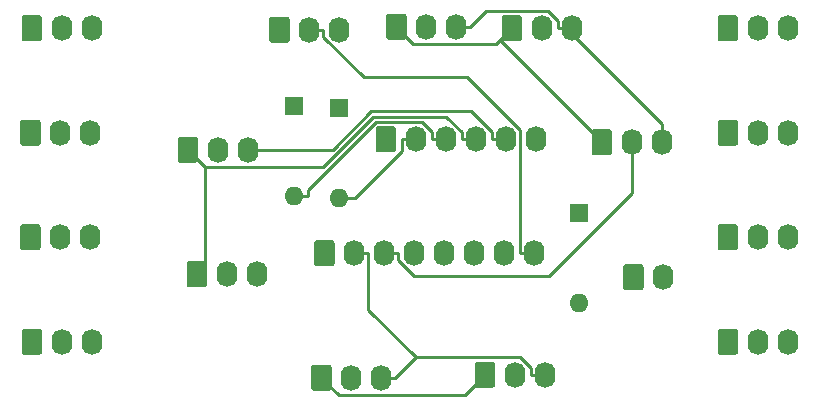
<source format=gbr>
G04 #@! TF.GenerationSoftware,KiCad,Pcbnew,(5.1.5-0-10_14)*
G04 #@! TF.CreationDate,2021-04-18T14:35:59+10:00*
G04 #@! TF.ProjectId,OH - Right Console - 3 - Interior Lights Panel,4f48202d-2052-4696-9768-7420436f6e73,rev?*
G04 #@! TF.SameCoordinates,Original*
G04 #@! TF.FileFunction,Copper,L1,Top*
G04 #@! TF.FilePolarity,Positive*
%FSLAX46Y46*%
G04 Gerber Fmt 4.6, Leading zero omitted, Abs format (unit mm)*
G04 Created by KiCad (PCBNEW (5.1.5-0-10_14)) date 2021-04-18 14:35:59*
%MOMM*%
%LPD*%
G04 APERTURE LIST*
%ADD10O,1.740000X2.200000*%
%ADD11C,0.100000*%
%ADD12O,1.600000X1.600000*%
%ADD13R,1.600000X1.600000*%
%ADD14C,0.250000*%
G04 APERTURE END LIST*
D10*
X143256000Y-115316000D03*
X140716000Y-115316000D03*
G04 #@! TA.AperFunction,ComponentPad*
D11*
G36*
X138820505Y-114217204D02*
G01*
X138844773Y-114220804D01*
X138868572Y-114226765D01*
X138891671Y-114235030D01*
X138913850Y-114245520D01*
X138934893Y-114258132D01*
X138954599Y-114272747D01*
X138972777Y-114289223D01*
X138989253Y-114307401D01*
X139003868Y-114327107D01*
X139016480Y-114348150D01*
X139026970Y-114370329D01*
X139035235Y-114393428D01*
X139041196Y-114417227D01*
X139044796Y-114441495D01*
X139046000Y-114465999D01*
X139046000Y-116166001D01*
X139044796Y-116190505D01*
X139041196Y-116214773D01*
X139035235Y-116238572D01*
X139026970Y-116261671D01*
X139016480Y-116283850D01*
X139003868Y-116304893D01*
X138989253Y-116324599D01*
X138972777Y-116342777D01*
X138954599Y-116359253D01*
X138934893Y-116373868D01*
X138913850Y-116386480D01*
X138891671Y-116396970D01*
X138868572Y-116405235D01*
X138844773Y-116411196D01*
X138820505Y-116414796D01*
X138796001Y-116416000D01*
X137555999Y-116416000D01*
X137531495Y-116414796D01*
X137507227Y-116411196D01*
X137483428Y-116405235D01*
X137460329Y-116396970D01*
X137438150Y-116386480D01*
X137417107Y-116373868D01*
X137397401Y-116359253D01*
X137379223Y-116342777D01*
X137362747Y-116324599D01*
X137348132Y-116304893D01*
X137335520Y-116283850D01*
X137325030Y-116261671D01*
X137316765Y-116238572D01*
X137310804Y-116214773D01*
X137307204Y-116190505D01*
X137306000Y-116166001D01*
X137306000Y-114465999D01*
X137307204Y-114441495D01*
X137310804Y-114417227D01*
X137316765Y-114393428D01*
X137325030Y-114370329D01*
X137335520Y-114348150D01*
X137348132Y-114327107D01*
X137362747Y-114307401D01*
X137379223Y-114289223D01*
X137397401Y-114272747D01*
X137417107Y-114258132D01*
X137438150Y-114245520D01*
X137460329Y-114235030D01*
X137483428Y-114226765D01*
X137507227Y-114220804D01*
X137531495Y-114217204D01*
X137555999Y-114216000D01*
X138796001Y-114216000D01*
X138820505Y-114217204D01*
G37*
G04 #@! TD.AperFunction*
D10*
X143256000Y-88773000D03*
X140716000Y-88773000D03*
G04 #@! TA.AperFunction,ComponentPad*
D11*
G36*
X138820505Y-87674204D02*
G01*
X138844773Y-87677804D01*
X138868572Y-87683765D01*
X138891671Y-87692030D01*
X138913850Y-87702520D01*
X138934893Y-87715132D01*
X138954599Y-87729747D01*
X138972777Y-87746223D01*
X138989253Y-87764401D01*
X139003868Y-87784107D01*
X139016480Y-87805150D01*
X139026970Y-87827329D01*
X139035235Y-87850428D01*
X139041196Y-87874227D01*
X139044796Y-87898495D01*
X139046000Y-87922999D01*
X139046000Y-89623001D01*
X139044796Y-89647505D01*
X139041196Y-89671773D01*
X139035235Y-89695572D01*
X139026970Y-89718671D01*
X139016480Y-89740850D01*
X139003868Y-89761893D01*
X138989253Y-89781599D01*
X138972777Y-89799777D01*
X138954599Y-89816253D01*
X138934893Y-89830868D01*
X138913850Y-89843480D01*
X138891671Y-89853970D01*
X138868572Y-89862235D01*
X138844773Y-89868196D01*
X138820505Y-89871796D01*
X138796001Y-89873000D01*
X137555999Y-89873000D01*
X137531495Y-89871796D01*
X137507227Y-89868196D01*
X137483428Y-89862235D01*
X137460329Y-89853970D01*
X137438150Y-89843480D01*
X137417107Y-89830868D01*
X137397401Y-89816253D01*
X137379223Y-89799777D01*
X137362747Y-89781599D01*
X137348132Y-89761893D01*
X137335520Y-89740850D01*
X137325030Y-89718671D01*
X137316765Y-89695572D01*
X137310804Y-89671773D01*
X137307204Y-89647505D01*
X137306000Y-89623001D01*
X137306000Y-87922999D01*
X137307204Y-87898495D01*
X137310804Y-87874227D01*
X137316765Y-87850428D01*
X137325030Y-87827329D01*
X137335520Y-87805150D01*
X137348132Y-87784107D01*
X137362747Y-87764401D01*
X137379223Y-87746223D01*
X137397401Y-87729747D01*
X137417107Y-87715132D01*
X137438150Y-87702520D01*
X137460329Y-87692030D01*
X137483428Y-87683765D01*
X137507227Y-87677804D01*
X137531495Y-87674204D01*
X137555999Y-87673000D01*
X138796001Y-87673000D01*
X138820505Y-87674204D01*
G37*
G04 #@! TD.AperFunction*
D10*
X84201000Y-106468300D03*
X81661000Y-106468300D03*
G04 #@! TA.AperFunction,ComponentPad*
D11*
G36*
X79765505Y-105369504D02*
G01*
X79789773Y-105373104D01*
X79813572Y-105379065D01*
X79836671Y-105387330D01*
X79858850Y-105397820D01*
X79879893Y-105410432D01*
X79899599Y-105425047D01*
X79917777Y-105441523D01*
X79934253Y-105459701D01*
X79948868Y-105479407D01*
X79961480Y-105500450D01*
X79971970Y-105522629D01*
X79980235Y-105545728D01*
X79986196Y-105569527D01*
X79989796Y-105593795D01*
X79991000Y-105618299D01*
X79991000Y-107318301D01*
X79989796Y-107342805D01*
X79986196Y-107367073D01*
X79980235Y-107390872D01*
X79971970Y-107413971D01*
X79961480Y-107436150D01*
X79948868Y-107457193D01*
X79934253Y-107476899D01*
X79917777Y-107495077D01*
X79899599Y-107511553D01*
X79879893Y-107526168D01*
X79858850Y-107538780D01*
X79836671Y-107549270D01*
X79813572Y-107557535D01*
X79789773Y-107563496D01*
X79765505Y-107567096D01*
X79741001Y-107568300D01*
X78500999Y-107568300D01*
X78476495Y-107567096D01*
X78452227Y-107563496D01*
X78428428Y-107557535D01*
X78405329Y-107549270D01*
X78383150Y-107538780D01*
X78362107Y-107526168D01*
X78342401Y-107511553D01*
X78324223Y-107495077D01*
X78307747Y-107476899D01*
X78293132Y-107457193D01*
X78280520Y-107436150D01*
X78270030Y-107413971D01*
X78261765Y-107390872D01*
X78255804Y-107367073D01*
X78252204Y-107342805D01*
X78251000Y-107318301D01*
X78251000Y-105618299D01*
X78252204Y-105593795D01*
X78255804Y-105569527D01*
X78261765Y-105545728D01*
X78270030Y-105522629D01*
X78280520Y-105500450D01*
X78293132Y-105479407D01*
X78307747Y-105459701D01*
X78324223Y-105441523D01*
X78342401Y-105425047D01*
X78362107Y-105410432D01*
X78383150Y-105397820D01*
X78405329Y-105387330D01*
X78428428Y-105379065D01*
X78452227Y-105373104D01*
X78476495Y-105369504D01*
X78500999Y-105368300D01*
X79741001Y-105368300D01*
X79765505Y-105369504D01*
G37*
G04 #@! TD.AperFunction*
D10*
X84201000Y-97620700D03*
X81661000Y-97620700D03*
G04 #@! TA.AperFunction,ComponentPad*
D11*
G36*
X79765505Y-96521904D02*
G01*
X79789773Y-96525504D01*
X79813572Y-96531465D01*
X79836671Y-96539730D01*
X79858850Y-96550220D01*
X79879893Y-96562832D01*
X79899599Y-96577447D01*
X79917777Y-96593923D01*
X79934253Y-96612101D01*
X79948868Y-96631807D01*
X79961480Y-96652850D01*
X79971970Y-96675029D01*
X79980235Y-96698128D01*
X79986196Y-96721927D01*
X79989796Y-96746195D01*
X79991000Y-96770699D01*
X79991000Y-98470701D01*
X79989796Y-98495205D01*
X79986196Y-98519473D01*
X79980235Y-98543272D01*
X79971970Y-98566371D01*
X79961480Y-98588550D01*
X79948868Y-98609593D01*
X79934253Y-98629299D01*
X79917777Y-98647477D01*
X79899599Y-98663953D01*
X79879893Y-98678568D01*
X79858850Y-98691180D01*
X79836671Y-98701670D01*
X79813572Y-98709935D01*
X79789773Y-98715896D01*
X79765505Y-98719496D01*
X79741001Y-98720700D01*
X78500999Y-98720700D01*
X78476495Y-98719496D01*
X78452227Y-98715896D01*
X78428428Y-98709935D01*
X78405329Y-98701670D01*
X78383150Y-98691180D01*
X78362107Y-98678568D01*
X78342401Y-98663953D01*
X78324223Y-98647477D01*
X78307747Y-98629299D01*
X78293132Y-98609593D01*
X78280520Y-98588550D01*
X78270030Y-98566371D01*
X78261765Y-98543272D01*
X78255804Y-98519473D01*
X78252204Y-98495205D01*
X78251000Y-98470701D01*
X78251000Y-96770699D01*
X78252204Y-96746195D01*
X78255804Y-96721927D01*
X78261765Y-96698128D01*
X78270030Y-96675029D01*
X78280520Y-96652850D01*
X78293132Y-96631807D01*
X78307747Y-96612101D01*
X78324223Y-96593923D01*
X78342401Y-96577447D01*
X78362107Y-96562832D01*
X78383150Y-96550220D01*
X78405329Y-96539730D01*
X78428428Y-96531465D01*
X78452227Y-96525504D01*
X78476495Y-96521904D01*
X78500999Y-96520700D01*
X79741001Y-96520700D01*
X79765505Y-96521904D01*
G37*
G04 #@! TD.AperFunction*
D10*
X143256000Y-106468300D03*
X140716000Y-106468300D03*
G04 #@! TA.AperFunction,ComponentPad*
D11*
G36*
X138820505Y-105369504D02*
G01*
X138844773Y-105373104D01*
X138868572Y-105379065D01*
X138891671Y-105387330D01*
X138913850Y-105397820D01*
X138934893Y-105410432D01*
X138954599Y-105425047D01*
X138972777Y-105441523D01*
X138989253Y-105459701D01*
X139003868Y-105479407D01*
X139016480Y-105500450D01*
X139026970Y-105522629D01*
X139035235Y-105545728D01*
X139041196Y-105569527D01*
X139044796Y-105593795D01*
X139046000Y-105618299D01*
X139046000Y-107318301D01*
X139044796Y-107342805D01*
X139041196Y-107367073D01*
X139035235Y-107390872D01*
X139026970Y-107413971D01*
X139016480Y-107436150D01*
X139003868Y-107457193D01*
X138989253Y-107476899D01*
X138972777Y-107495077D01*
X138954599Y-107511553D01*
X138934893Y-107526168D01*
X138913850Y-107538780D01*
X138891671Y-107549270D01*
X138868572Y-107557535D01*
X138844773Y-107563496D01*
X138820505Y-107567096D01*
X138796001Y-107568300D01*
X137555999Y-107568300D01*
X137531495Y-107567096D01*
X137507227Y-107563496D01*
X137483428Y-107557535D01*
X137460329Y-107549270D01*
X137438150Y-107538780D01*
X137417107Y-107526168D01*
X137397401Y-107511553D01*
X137379223Y-107495077D01*
X137362747Y-107476899D01*
X137348132Y-107457193D01*
X137335520Y-107436150D01*
X137325030Y-107413971D01*
X137316765Y-107390872D01*
X137310804Y-107367073D01*
X137307204Y-107342805D01*
X137306000Y-107318301D01*
X137306000Y-105618299D01*
X137307204Y-105593795D01*
X137310804Y-105569527D01*
X137316765Y-105545728D01*
X137325030Y-105522629D01*
X137335520Y-105500450D01*
X137348132Y-105479407D01*
X137362747Y-105459701D01*
X137379223Y-105441523D01*
X137397401Y-105425047D01*
X137417107Y-105410432D01*
X137438150Y-105397820D01*
X137460329Y-105387330D01*
X137483428Y-105379065D01*
X137507227Y-105373104D01*
X137531495Y-105369504D01*
X137555999Y-105368300D01*
X138796001Y-105368300D01*
X138820505Y-105369504D01*
G37*
G04 #@! TD.AperFunction*
D10*
X143256000Y-97620700D03*
X140716000Y-97620700D03*
G04 #@! TA.AperFunction,ComponentPad*
D11*
G36*
X138820505Y-96521904D02*
G01*
X138844773Y-96525504D01*
X138868572Y-96531465D01*
X138891671Y-96539730D01*
X138913850Y-96550220D01*
X138934893Y-96562832D01*
X138954599Y-96577447D01*
X138972777Y-96593923D01*
X138989253Y-96612101D01*
X139003868Y-96631807D01*
X139016480Y-96652850D01*
X139026970Y-96675029D01*
X139035235Y-96698128D01*
X139041196Y-96721927D01*
X139044796Y-96746195D01*
X139046000Y-96770699D01*
X139046000Y-98470701D01*
X139044796Y-98495205D01*
X139041196Y-98519473D01*
X139035235Y-98543272D01*
X139026970Y-98566371D01*
X139016480Y-98588550D01*
X139003868Y-98609593D01*
X138989253Y-98629299D01*
X138972777Y-98647477D01*
X138954599Y-98663953D01*
X138934893Y-98678568D01*
X138913850Y-98691180D01*
X138891671Y-98701670D01*
X138868572Y-98709935D01*
X138844773Y-98715896D01*
X138820505Y-98719496D01*
X138796001Y-98720700D01*
X137555999Y-98720700D01*
X137531495Y-98719496D01*
X137507227Y-98715896D01*
X137483428Y-98709935D01*
X137460329Y-98701670D01*
X137438150Y-98691180D01*
X137417107Y-98678568D01*
X137397401Y-98663953D01*
X137379223Y-98647477D01*
X137362747Y-98629299D01*
X137348132Y-98609593D01*
X137335520Y-98588550D01*
X137325030Y-98566371D01*
X137316765Y-98543272D01*
X137310804Y-98519473D01*
X137307204Y-98495205D01*
X137306000Y-98470701D01*
X137306000Y-96770699D01*
X137307204Y-96746195D01*
X137310804Y-96721927D01*
X137316765Y-96698128D01*
X137325030Y-96675029D01*
X137335520Y-96652850D01*
X137348132Y-96631807D01*
X137362747Y-96612101D01*
X137379223Y-96593923D01*
X137397401Y-96577447D01*
X137417107Y-96562832D01*
X137438150Y-96550220D01*
X137460329Y-96539730D01*
X137483428Y-96531465D01*
X137507227Y-96525504D01*
X137531495Y-96521904D01*
X137555999Y-96520700D01*
X138796001Y-96520700D01*
X138820505Y-96521904D01*
G37*
G04 #@! TD.AperFunction*
D10*
X84328000Y-115316000D03*
X81788000Y-115316000D03*
G04 #@! TA.AperFunction,ComponentPad*
D11*
G36*
X79892505Y-114217204D02*
G01*
X79916773Y-114220804D01*
X79940572Y-114226765D01*
X79963671Y-114235030D01*
X79985850Y-114245520D01*
X80006893Y-114258132D01*
X80026599Y-114272747D01*
X80044777Y-114289223D01*
X80061253Y-114307401D01*
X80075868Y-114327107D01*
X80088480Y-114348150D01*
X80098970Y-114370329D01*
X80107235Y-114393428D01*
X80113196Y-114417227D01*
X80116796Y-114441495D01*
X80118000Y-114465999D01*
X80118000Y-116166001D01*
X80116796Y-116190505D01*
X80113196Y-116214773D01*
X80107235Y-116238572D01*
X80098970Y-116261671D01*
X80088480Y-116283850D01*
X80075868Y-116304893D01*
X80061253Y-116324599D01*
X80044777Y-116342777D01*
X80026599Y-116359253D01*
X80006893Y-116373868D01*
X79985850Y-116386480D01*
X79963671Y-116396970D01*
X79940572Y-116405235D01*
X79916773Y-116411196D01*
X79892505Y-116414796D01*
X79868001Y-116416000D01*
X78627999Y-116416000D01*
X78603495Y-116414796D01*
X78579227Y-116411196D01*
X78555428Y-116405235D01*
X78532329Y-116396970D01*
X78510150Y-116386480D01*
X78489107Y-116373868D01*
X78469401Y-116359253D01*
X78451223Y-116342777D01*
X78434747Y-116324599D01*
X78420132Y-116304893D01*
X78407520Y-116283850D01*
X78397030Y-116261671D01*
X78388765Y-116238572D01*
X78382804Y-116214773D01*
X78379204Y-116190505D01*
X78378000Y-116166001D01*
X78378000Y-114465999D01*
X78379204Y-114441495D01*
X78382804Y-114417227D01*
X78388765Y-114393428D01*
X78397030Y-114370329D01*
X78407520Y-114348150D01*
X78420132Y-114327107D01*
X78434747Y-114307401D01*
X78451223Y-114289223D01*
X78469401Y-114272747D01*
X78489107Y-114258132D01*
X78510150Y-114245520D01*
X78532329Y-114235030D01*
X78555428Y-114226765D01*
X78579227Y-114220804D01*
X78603495Y-114217204D01*
X78627999Y-114216000D01*
X79868001Y-114216000D01*
X79892505Y-114217204D01*
G37*
G04 #@! TD.AperFunction*
D10*
X84328000Y-88773000D03*
X81788000Y-88773000D03*
G04 #@! TA.AperFunction,ComponentPad*
D11*
G36*
X79892505Y-87674204D02*
G01*
X79916773Y-87677804D01*
X79940572Y-87683765D01*
X79963671Y-87692030D01*
X79985850Y-87702520D01*
X80006893Y-87715132D01*
X80026599Y-87729747D01*
X80044777Y-87746223D01*
X80061253Y-87764401D01*
X80075868Y-87784107D01*
X80088480Y-87805150D01*
X80098970Y-87827329D01*
X80107235Y-87850428D01*
X80113196Y-87874227D01*
X80116796Y-87898495D01*
X80118000Y-87922999D01*
X80118000Y-89623001D01*
X80116796Y-89647505D01*
X80113196Y-89671773D01*
X80107235Y-89695572D01*
X80098970Y-89718671D01*
X80088480Y-89740850D01*
X80075868Y-89761893D01*
X80061253Y-89781599D01*
X80044777Y-89799777D01*
X80026599Y-89816253D01*
X80006893Y-89830868D01*
X79985850Y-89843480D01*
X79963671Y-89853970D01*
X79940572Y-89862235D01*
X79916773Y-89868196D01*
X79892505Y-89871796D01*
X79868001Y-89873000D01*
X78627999Y-89873000D01*
X78603495Y-89871796D01*
X78579227Y-89868196D01*
X78555428Y-89862235D01*
X78532329Y-89853970D01*
X78510150Y-89843480D01*
X78489107Y-89830868D01*
X78469401Y-89816253D01*
X78451223Y-89799777D01*
X78434747Y-89781599D01*
X78420132Y-89761893D01*
X78407520Y-89740850D01*
X78397030Y-89718671D01*
X78388765Y-89695572D01*
X78382804Y-89671773D01*
X78379204Y-89647505D01*
X78378000Y-89623001D01*
X78378000Y-87922999D01*
X78379204Y-87898495D01*
X78382804Y-87874227D01*
X78388765Y-87850428D01*
X78397030Y-87827329D01*
X78407520Y-87805150D01*
X78420132Y-87784107D01*
X78434747Y-87764401D01*
X78451223Y-87746223D01*
X78469401Y-87729747D01*
X78489107Y-87715132D01*
X78510150Y-87702520D01*
X78532329Y-87692030D01*
X78555428Y-87683765D01*
X78579227Y-87677804D01*
X78603495Y-87674204D01*
X78627999Y-87673000D01*
X79868001Y-87673000D01*
X79892505Y-87674204D01*
G37*
G04 #@! TD.AperFunction*
D10*
X132715000Y-109855000D03*
G04 #@! TA.AperFunction,ComponentPad*
D11*
G36*
X130819505Y-108756204D02*
G01*
X130843773Y-108759804D01*
X130867572Y-108765765D01*
X130890671Y-108774030D01*
X130912850Y-108784520D01*
X130933893Y-108797132D01*
X130953599Y-108811747D01*
X130971777Y-108828223D01*
X130988253Y-108846401D01*
X131002868Y-108866107D01*
X131015480Y-108887150D01*
X131025970Y-108909329D01*
X131034235Y-108932428D01*
X131040196Y-108956227D01*
X131043796Y-108980495D01*
X131045000Y-109004999D01*
X131045000Y-110705001D01*
X131043796Y-110729505D01*
X131040196Y-110753773D01*
X131034235Y-110777572D01*
X131025970Y-110800671D01*
X131015480Y-110822850D01*
X131002868Y-110843893D01*
X130988253Y-110863599D01*
X130971777Y-110881777D01*
X130953599Y-110898253D01*
X130933893Y-110912868D01*
X130912850Y-110925480D01*
X130890671Y-110935970D01*
X130867572Y-110944235D01*
X130843773Y-110950196D01*
X130819505Y-110953796D01*
X130795001Y-110955000D01*
X129554999Y-110955000D01*
X129530495Y-110953796D01*
X129506227Y-110950196D01*
X129482428Y-110944235D01*
X129459329Y-110935970D01*
X129437150Y-110925480D01*
X129416107Y-110912868D01*
X129396401Y-110898253D01*
X129378223Y-110881777D01*
X129361747Y-110863599D01*
X129347132Y-110843893D01*
X129334520Y-110822850D01*
X129324030Y-110800671D01*
X129315765Y-110777572D01*
X129309804Y-110753773D01*
X129306204Y-110729505D01*
X129305000Y-110705001D01*
X129305000Y-109004999D01*
X129306204Y-108980495D01*
X129309804Y-108956227D01*
X129315765Y-108932428D01*
X129324030Y-108909329D01*
X129334520Y-108887150D01*
X129347132Y-108866107D01*
X129361747Y-108846401D01*
X129378223Y-108828223D01*
X129396401Y-108811747D01*
X129416107Y-108797132D01*
X129437150Y-108784520D01*
X129459329Y-108774030D01*
X129482428Y-108765765D01*
X129506227Y-108759804D01*
X129530495Y-108756204D01*
X129554999Y-108755000D01*
X130795001Y-108755000D01*
X130819505Y-108756204D01*
G37*
G04 #@! TD.AperFunction*
D10*
X98298000Y-109601000D03*
X95758000Y-109601000D03*
G04 #@! TA.AperFunction,ComponentPad*
D11*
G36*
X93862505Y-108502204D02*
G01*
X93886773Y-108505804D01*
X93910572Y-108511765D01*
X93933671Y-108520030D01*
X93955850Y-108530520D01*
X93976893Y-108543132D01*
X93996599Y-108557747D01*
X94014777Y-108574223D01*
X94031253Y-108592401D01*
X94045868Y-108612107D01*
X94058480Y-108633150D01*
X94068970Y-108655329D01*
X94077235Y-108678428D01*
X94083196Y-108702227D01*
X94086796Y-108726495D01*
X94088000Y-108750999D01*
X94088000Y-110451001D01*
X94086796Y-110475505D01*
X94083196Y-110499773D01*
X94077235Y-110523572D01*
X94068970Y-110546671D01*
X94058480Y-110568850D01*
X94045868Y-110589893D01*
X94031253Y-110609599D01*
X94014777Y-110627777D01*
X93996599Y-110644253D01*
X93976893Y-110658868D01*
X93955850Y-110671480D01*
X93933671Y-110681970D01*
X93910572Y-110690235D01*
X93886773Y-110696196D01*
X93862505Y-110699796D01*
X93838001Y-110701000D01*
X92597999Y-110701000D01*
X92573495Y-110699796D01*
X92549227Y-110696196D01*
X92525428Y-110690235D01*
X92502329Y-110681970D01*
X92480150Y-110671480D01*
X92459107Y-110658868D01*
X92439401Y-110644253D01*
X92421223Y-110627777D01*
X92404747Y-110609599D01*
X92390132Y-110589893D01*
X92377520Y-110568850D01*
X92367030Y-110546671D01*
X92358765Y-110523572D01*
X92352804Y-110499773D01*
X92349204Y-110475505D01*
X92348000Y-110451001D01*
X92348000Y-108750999D01*
X92349204Y-108726495D01*
X92352804Y-108702227D01*
X92358765Y-108678428D01*
X92367030Y-108655329D01*
X92377520Y-108633150D01*
X92390132Y-108612107D01*
X92404747Y-108592401D01*
X92421223Y-108574223D01*
X92439401Y-108557747D01*
X92459107Y-108543132D01*
X92480150Y-108530520D01*
X92502329Y-108520030D01*
X92525428Y-108511765D01*
X92549227Y-108505804D01*
X92573495Y-108502204D01*
X92597999Y-108501000D01*
X93838001Y-108501000D01*
X93862505Y-108502204D01*
G37*
G04 #@! TD.AperFunction*
D10*
X97536000Y-99060000D03*
X94996000Y-99060000D03*
G04 #@! TA.AperFunction,ComponentPad*
D11*
G36*
X93100505Y-97961204D02*
G01*
X93124773Y-97964804D01*
X93148572Y-97970765D01*
X93171671Y-97979030D01*
X93193850Y-97989520D01*
X93214893Y-98002132D01*
X93234599Y-98016747D01*
X93252777Y-98033223D01*
X93269253Y-98051401D01*
X93283868Y-98071107D01*
X93296480Y-98092150D01*
X93306970Y-98114329D01*
X93315235Y-98137428D01*
X93321196Y-98161227D01*
X93324796Y-98185495D01*
X93326000Y-98209999D01*
X93326000Y-99910001D01*
X93324796Y-99934505D01*
X93321196Y-99958773D01*
X93315235Y-99982572D01*
X93306970Y-100005671D01*
X93296480Y-100027850D01*
X93283868Y-100048893D01*
X93269253Y-100068599D01*
X93252777Y-100086777D01*
X93234599Y-100103253D01*
X93214893Y-100117868D01*
X93193850Y-100130480D01*
X93171671Y-100140970D01*
X93148572Y-100149235D01*
X93124773Y-100155196D01*
X93100505Y-100158796D01*
X93076001Y-100160000D01*
X91835999Y-100160000D01*
X91811495Y-100158796D01*
X91787227Y-100155196D01*
X91763428Y-100149235D01*
X91740329Y-100140970D01*
X91718150Y-100130480D01*
X91697107Y-100117868D01*
X91677401Y-100103253D01*
X91659223Y-100086777D01*
X91642747Y-100068599D01*
X91628132Y-100048893D01*
X91615520Y-100027850D01*
X91605030Y-100005671D01*
X91596765Y-99982572D01*
X91590804Y-99958773D01*
X91587204Y-99934505D01*
X91586000Y-99910001D01*
X91586000Y-98209999D01*
X91587204Y-98185495D01*
X91590804Y-98161227D01*
X91596765Y-98137428D01*
X91605030Y-98114329D01*
X91615520Y-98092150D01*
X91628132Y-98071107D01*
X91642747Y-98051401D01*
X91659223Y-98033223D01*
X91677401Y-98016747D01*
X91697107Y-98002132D01*
X91718150Y-97989520D01*
X91740329Y-97979030D01*
X91763428Y-97970765D01*
X91787227Y-97964804D01*
X91811495Y-97961204D01*
X91835999Y-97960000D01*
X93076001Y-97960000D01*
X93100505Y-97961204D01*
G37*
G04 #@! TD.AperFunction*
D10*
X105283000Y-88900000D03*
X102743000Y-88900000D03*
G04 #@! TA.AperFunction,ComponentPad*
D11*
G36*
X100847505Y-87801204D02*
G01*
X100871773Y-87804804D01*
X100895572Y-87810765D01*
X100918671Y-87819030D01*
X100940850Y-87829520D01*
X100961893Y-87842132D01*
X100981599Y-87856747D01*
X100999777Y-87873223D01*
X101016253Y-87891401D01*
X101030868Y-87911107D01*
X101043480Y-87932150D01*
X101053970Y-87954329D01*
X101062235Y-87977428D01*
X101068196Y-88001227D01*
X101071796Y-88025495D01*
X101073000Y-88049999D01*
X101073000Y-89750001D01*
X101071796Y-89774505D01*
X101068196Y-89798773D01*
X101062235Y-89822572D01*
X101053970Y-89845671D01*
X101043480Y-89867850D01*
X101030868Y-89888893D01*
X101016253Y-89908599D01*
X100999777Y-89926777D01*
X100981599Y-89943253D01*
X100961893Y-89957868D01*
X100940850Y-89970480D01*
X100918671Y-89980970D01*
X100895572Y-89989235D01*
X100871773Y-89995196D01*
X100847505Y-89998796D01*
X100823001Y-90000000D01*
X99582999Y-90000000D01*
X99558495Y-89998796D01*
X99534227Y-89995196D01*
X99510428Y-89989235D01*
X99487329Y-89980970D01*
X99465150Y-89970480D01*
X99444107Y-89957868D01*
X99424401Y-89943253D01*
X99406223Y-89926777D01*
X99389747Y-89908599D01*
X99375132Y-89888893D01*
X99362520Y-89867850D01*
X99352030Y-89845671D01*
X99343765Y-89822572D01*
X99337804Y-89798773D01*
X99334204Y-89774505D01*
X99333000Y-89750001D01*
X99333000Y-88049999D01*
X99334204Y-88025495D01*
X99337804Y-88001227D01*
X99343765Y-87977428D01*
X99352030Y-87954329D01*
X99362520Y-87932150D01*
X99375132Y-87911107D01*
X99389747Y-87891401D01*
X99406223Y-87873223D01*
X99424401Y-87856747D01*
X99444107Y-87842132D01*
X99465150Y-87829520D01*
X99487329Y-87819030D01*
X99510428Y-87810765D01*
X99534227Y-87804804D01*
X99558495Y-87801204D01*
X99582999Y-87800000D01*
X100823001Y-87800000D01*
X100847505Y-87801204D01*
G37*
G04 #@! TD.AperFunction*
D10*
X122682000Y-118110000D03*
X120142000Y-118110000D03*
G04 #@! TA.AperFunction,ComponentPad*
D11*
G36*
X118246505Y-117011204D02*
G01*
X118270773Y-117014804D01*
X118294572Y-117020765D01*
X118317671Y-117029030D01*
X118339850Y-117039520D01*
X118360893Y-117052132D01*
X118380599Y-117066747D01*
X118398777Y-117083223D01*
X118415253Y-117101401D01*
X118429868Y-117121107D01*
X118442480Y-117142150D01*
X118452970Y-117164329D01*
X118461235Y-117187428D01*
X118467196Y-117211227D01*
X118470796Y-117235495D01*
X118472000Y-117259999D01*
X118472000Y-118960001D01*
X118470796Y-118984505D01*
X118467196Y-119008773D01*
X118461235Y-119032572D01*
X118452970Y-119055671D01*
X118442480Y-119077850D01*
X118429868Y-119098893D01*
X118415253Y-119118599D01*
X118398777Y-119136777D01*
X118380599Y-119153253D01*
X118360893Y-119167868D01*
X118339850Y-119180480D01*
X118317671Y-119190970D01*
X118294572Y-119199235D01*
X118270773Y-119205196D01*
X118246505Y-119208796D01*
X118222001Y-119210000D01*
X116981999Y-119210000D01*
X116957495Y-119208796D01*
X116933227Y-119205196D01*
X116909428Y-119199235D01*
X116886329Y-119190970D01*
X116864150Y-119180480D01*
X116843107Y-119167868D01*
X116823401Y-119153253D01*
X116805223Y-119136777D01*
X116788747Y-119118599D01*
X116774132Y-119098893D01*
X116761520Y-119077850D01*
X116751030Y-119055671D01*
X116742765Y-119032572D01*
X116736804Y-119008773D01*
X116733204Y-118984505D01*
X116732000Y-118960001D01*
X116732000Y-117259999D01*
X116733204Y-117235495D01*
X116736804Y-117211227D01*
X116742765Y-117187428D01*
X116751030Y-117164329D01*
X116761520Y-117142150D01*
X116774132Y-117121107D01*
X116788747Y-117101401D01*
X116805223Y-117083223D01*
X116823401Y-117066747D01*
X116843107Y-117052132D01*
X116864150Y-117039520D01*
X116886329Y-117029030D01*
X116909428Y-117020765D01*
X116933227Y-117014804D01*
X116957495Y-117011204D01*
X116981999Y-117010000D01*
X118222001Y-117010000D01*
X118246505Y-117011204D01*
G37*
G04 #@! TD.AperFunction*
D10*
X108839000Y-118364000D03*
X106299000Y-118364000D03*
G04 #@! TA.AperFunction,ComponentPad*
D11*
G36*
X104403505Y-117265204D02*
G01*
X104427773Y-117268804D01*
X104451572Y-117274765D01*
X104474671Y-117283030D01*
X104496850Y-117293520D01*
X104517893Y-117306132D01*
X104537599Y-117320747D01*
X104555777Y-117337223D01*
X104572253Y-117355401D01*
X104586868Y-117375107D01*
X104599480Y-117396150D01*
X104609970Y-117418329D01*
X104618235Y-117441428D01*
X104624196Y-117465227D01*
X104627796Y-117489495D01*
X104629000Y-117513999D01*
X104629000Y-119214001D01*
X104627796Y-119238505D01*
X104624196Y-119262773D01*
X104618235Y-119286572D01*
X104609970Y-119309671D01*
X104599480Y-119331850D01*
X104586868Y-119352893D01*
X104572253Y-119372599D01*
X104555777Y-119390777D01*
X104537599Y-119407253D01*
X104517893Y-119421868D01*
X104496850Y-119434480D01*
X104474671Y-119444970D01*
X104451572Y-119453235D01*
X104427773Y-119459196D01*
X104403505Y-119462796D01*
X104379001Y-119464000D01*
X103138999Y-119464000D01*
X103114495Y-119462796D01*
X103090227Y-119459196D01*
X103066428Y-119453235D01*
X103043329Y-119444970D01*
X103021150Y-119434480D01*
X103000107Y-119421868D01*
X102980401Y-119407253D01*
X102962223Y-119390777D01*
X102945747Y-119372599D01*
X102931132Y-119352893D01*
X102918520Y-119331850D01*
X102908030Y-119309671D01*
X102899765Y-119286572D01*
X102893804Y-119262773D01*
X102890204Y-119238505D01*
X102889000Y-119214001D01*
X102889000Y-117513999D01*
X102890204Y-117489495D01*
X102893804Y-117465227D01*
X102899765Y-117441428D01*
X102908030Y-117418329D01*
X102918520Y-117396150D01*
X102931132Y-117375107D01*
X102945747Y-117355401D01*
X102962223Y-117337223D01*
X102980401Y-117320747D01*
X103000107Y-117306132D01*
X103021150Y-117293520D01*
X103043329Y-117283030D01*
X103066428Y-117274765D01*
X103090227Y-117268804D01*
X103114495Y-117265204D01*
X103138999Y-117264000D01*
X104379001Y-117264000D01*
X104403505Y-117265204D01*
G37*
G04 #@! TD.AperFunction*
D10*
X115189000Y-88646000D03*
X112649000Y-88646000D03*
G04 #@! TA.AperFunction,ComponentPad*
D11*
G36*
X110753505Y-87547204D02*
G01*
X110777773Y-87550804D01*
X110801572Y-87556765D01*
X110824671Y-87565030D01*
X110846850Y-87575520D01*
X110867893Y-87588132D01*
X110887599Y-87602747D01*
X110905777Y-87619223D01*
X110922253Y-87637401D01*
X110936868Y-87657107D01*
X110949480Y-87678150D01*
X110959970Y-87700329D01*
X110968235Y-87723428D01*
X110974196Y-87747227D01*
X110977796Y-87771495D01*
X110979000Y-87795999D01*
X110979000Y-89496001D01*
X110977796Y-89520505D01*
X110974196Y-89544773D01*
X110968235Y-89568572D01*
X110959970Y-89591671D01*
X110949480Y-89613850D01*
X110936868Y-89634893D01*
X110922253Y-89654599D01*
X110905777Y-89672777D01*
X110887599Y-89689253D01*
X110867893Y-89703868D01*
X110846850Y-89716480D01*
X110824671Y-89726970D01*
X110801572Y-89735235D01*
X110777773Y-89741196D01*
X110753505Y-89744796D01*
X110729001Y-89746000D01*
X109488999Y-89746000D01*
X109464495Y-89744796D01*
X109440227Y-89741196D01*
X109416428Y-89735235D01*
X109393329Y-89726970D01*
X109371150Y-89716480D01*
X109350107Y-89703868D01*
X109330401Y-89689253D01*
X109312223Y-89672777D01*
X109295747Y-89654599D01*
X109281132Y-89634893D01*
X109268520Y-89613850D01*
X109258030Y-89591671D01*
X109249765Y-89568572D01*
X109243804Y-89544773D01*
X109240204Y-89520505D01*
X109239000Y-89496001D01*
X109239000Y-87795999D01*
X109240204Y-87771495D01*
X109243804Y-87747227D01*
X109249765Y-87723428D01*
X109258030Y-87700329D01*
X109268520Y-87678150D01*
X109281132Y-87657107D01*
X109295747Y-87637401D01*
X109312223Y-87619223D01*
X109330401Y-87602747D01*
X109350107Y-87588132D01*
X109371150Y-87575520D01*
X109393329Y-87565030D01*
X109416428Y-87556765D01*
X109440227Y-87550804D01*
X109464495Y-87547204D01*
X109488999Y-87546000D01*
X110729001Y-87546000D01*
X110753505Y-87547204D01*
G37*
G04 #@! TD.AperFunction*
D10*
X124968000Y-88773000D03*
X122428000Y-88773000D03*
G04 #@! TA.AperFunction,ComponentPad*
D11*
G36*
X120532505Y-87674204D02*
G01*
X120556773Y-87677804D01*
X120580572Y-87683765D01*
X120603671Y-87692030D01*
X120625850Y-87702520D01*
X120646893Y-87715132D01*
X120666599Y-87729747D01*
X120684777Y-87746223D01*
X120701253Y-87764401D01*
X120715868Y-87784107D01*
X120728480Y-87805150D01*
X120738970Y-87827329D01*
X120747235Y-87850428D01*
X120753196Y-87874227D01*
X120756796Y-87898495D01*
X120758000Y-87922999D01*
X120758000Y-89623001D01*
X120756796Y-89647505D01*
X120753196Y-89671773D01*
X120747235Y-89695572D01*
X120738970Y-89718671D01*
X120728480Y-89740850D01*
X120715868Y-89761893D01*
X120701253Y-89781599D01*
X120684777Y-89799777D01*
X120666599Y-89816253D01*
X120646893Y-89830868D01*
X120625850Y-89843480D01*
X120603671Y-89853970D01*
X120580572Y-89862235D01*
X120556773Y-89868196D01*
X120532505Y-89871796D01*
X120508001Y-89873000D01*
X119267999Y-89873000D01*
X119243495Y-89871796D01*
X119219227Y-89868196D01*
X119195428Y-89862235D01*
X119172329Y-89853970D01*
X119150150Y-89843480D01*
X119129107Y-89830868D01*
X119109401Y-89816253D01*
X119091223Y-89799777D01*
X119074747Y-89781599D01*
X119060132Y-89761893D01*
X119047520Y-89740850D01*
X119037030Y-89718671D01*
X119028765Y-89695572D01*
X119022804Y-89671773D01*
X119019204Y-89647505D01*
X119018000Y-89623001D01*
X119018000Y-87922999D01*
X119019204Y-87898495D01*
X119022804Y-87874227D01*
X119028765Y-87850428D01*
X119037030Y-87827329D01*
X119047520Y-87805150D01*
X119060132Y-87784107D01*
X119074747Y-87764401D01*
X119091223Y-87746223D01*
X119109401Y-87729747D01*
X119129107Y-87715132D01*
X119150150Y-87702520D01*
X119172329Y-87692030D01*
X119195428Y-87683765D01*
X119219227Y-87677804D01*
X119243495Y-87674204D01*
X119267999Y-87673000D01*
X120508001Y-87673000D01*
X120532505Y-87674204D01*
G37*
G04 #@! TD.AperFunction*
D10*
X132588000Y-98425000D03*
X130048000Y-98425000D03*
G04 #@! TA.AperFunction,ComponentPad*
D11*
G36*
X128152505Y-97326204D02*
G01*
X128176773Y-97329804D01*
X128200572Y-97335765D01*
X128223671Y-97344030D01*
X128245850Y-97354520D01*
X128266893Y-97367132D01*
X128286599Y-97381747D01*
X128304777Y-97398223D01*
X128321253Y-97416401D01*
X128335868Y-97436107D01*
X128348480Y-97457150D01*
X128358970Y-97479329D01*
X128367235Y-97502428D01*
X128373196Y-97526227D01*
X128376796Y-97550495D01*
X128378000Y-97574999D01*
X128378000Y-99275001D01*
X128376796Y-99299505D01*
X128373196Y-99323773D01*
X128367235Y-99347572D01*
X128358970Y-99370671D01*
X128348480Y-99392850D01*
X128335868Y-99413893D01*
X128321253Y-99433599D01*
X128304777Y-99451777D01*
X128286599Y-99468253D01*
X128266893Y-99482868D01*
X128245850Y-99495480D01*
X128223671Y-99505970D01*
X128200572Y-99514235D01*
X128176773Y-99520196D01*
X128152505Y-99523796D01*
X128128001Y-99525000D01*
X126887999Y-99525000D01*
X126863495Y-99523796D01*
X126839227Y-99520196D01*
X126815428Y-99514235D01*
X126792329Y-99505970D01*
X126770150Y-99495480D01*
X126749107Y-99482868D01*
X126729401Y-99468253D01*
X126711223Y-99451777D01*
X126694747Y-99433599D01*
X126680132Y-99413893D01*
X126667520Y-99392850D01*
X126657030Y-99370671D01*
X126648765Y-99347572D01*
X126642804Y-99323773D01*
X126639204Y-99299505D01*
X126638000Y-99275001D01*
X126638000Y-97574999D01*
X126639204Y-97550495D01*
X126642804Y-97526227D01*
X126648765Y-97502428D01*
X126657030Y-97479329D01*
X126667520Y-97457150D01*
X126680132Y-97436107D01*
X126694747Y-97416401D01*
X126711223Y-97398223D01*
X126729401Y-97381747D01*
X126749107Y-97367132D01*
X126770150Y-97354520D01*
X126792329Y-97344030D01*
X126815428Y-97335765D01*
X126839227Y-97329804D01*
X126863495Y-97326204D01*
X126887999Y-97325000D01*
X128128001Y-97325000D01*
X128152505Y-97326204D01*
G37*
G04 #@! TD.AperFunction*
D10*
X121793000Y-107823000D03*
X119253000Y-107823000D03*
X116713000Y-107823000D03*
X114173000Y-107823000D03*
X111633000Y-107823000D03*
X109093000Y-107823000D03*
X106553000Y-107823000D03*
G04 #@! TA.AperFunction,ComponentPad*
D11*
G36*
X104657505Y-106724204D02*
G01*
X104681773Y-106727804D01*
X104705572Y-106733765D01*
X104728671Y-106742030D01*
X104750850Y-106752520D01*
X104771893Y-106765132D01*
X104791599Y-106779747D01*
X104809777Y-106796223D01*
X104826253Y-106814401D01*
X104840868Y-106834107D01*
X104853480Y-106855150D01*
X104863970Y-106877329D01*
X104872235Y-106900428D01*
X104878196Y-106924227D01*
X104881796Y-106948495D01*
X104883000Y-106972999D01*
X104883000Y-108673001D01*
X104881796Y-108697505D01*
X104878196Y-108721773D01*
X104872235Y-108745572D01*
X104863970Y-108768671D01*
X104853480Y-108790850D01*
X104840868Y-108811893D01*
X104826253Y-108831599D01*
X104809777Y-108849777D01*
X104791599Y-108866253D01*
X104771893Y-108880868D01*
X104750850Y-108893480D01*
X104728671Y-108903970D01*
X104705572Y-108912235D01*
X104681773Y-108918196D01*
X104657505Y-108921796D01*
X104633001Y-108923000D01*
X103392999Y-108923000D01*
X103368495Y-108921796D01*
X103344227Y-108918196D01*
X103320428Y-108912235D01*
X103297329Y-108903970D01*
X103275150Y-108893480D01*
X103254107Y-108880868D01*
X103234401Y-108866253D01*
X103216223Y-108849777D01*
X103199747Y-108831599D01*
X103185132Y-108811893D01*
X103172520Y-108790850D01*
X103162030Y-108768671D01*
X103153765Y-108745572D01*
X103147804Y-108721773D01*
X103144204Y-108697505D01*
X103143000Y-108673001D01*
X103143000Y-106972999D01*
X103144204Y-106948495D01*
X103147804Y-106924227D01*
X103153765Y-106900428D01*
X103162030Y-106877329D01*
X103172520Y-106855150D01*
X103185132Y-106834107D01*
X103199747Y-106814401D01*
X103216223Y-106796223D01*
X103234401Y-106779747D01*
X103254107Y-106765132D01*
X103275150Y-106752520D01*
X103297329Y-106742030D01*
X103320428Y-106733765D01*
X103344227Y-106727804D01*
X103368495Y-106724204D01*
X103392999Y-106723000D01*
X104633001Y-106723000D01*
X104657505Y-106724204D01*
G37*
G04 #@! TD.AperFunction*
D10*
X121920000Y-98171000D03*
X119380000Y-98171000D03*
X116840000Y-98171000D03*
X114300000Y-98171000D03*
X111760000Y-98171000D03*
G04 #@! TA.AperFunction,ComponentPad*
D11*
G36*
X109864505Y-97072204D02*
G01*
X109888773Y-97075804D01*
X109912572Y-97081765D01*
X109935671Y-97090030D01*
X109957850Y-97100520D01*
X109978893Y-97113132D01*
X109998599Y-97127747D01*
X110016777Y-97144223D01*
X110033253Y-97162401D01*
X110047868Y-97182107D01*
X110060480Y-97203150D01*
X110070970Y-97225329D01*
X110079235Y-97248428D01*
X110085196Y-97272227D01*
X110088796Y-97296495D01*
X110090000Y-97320999D01*
X110090000Y-99021001D01*
X110088796Y-99045505D01*
X110085196Y-99069773D01*
X110079235Y-99093572D01*
X110070970Y-99116671D01*
X110060480Y-99138850D01*
X110047868Y-99159893D01*
X110033253Y-99179599D01*
X110016777Y-99197777D01*
X109998599Y-99214253D01*
X109978893Y-99228868D01*
X109957850Y-99241480D01*
X109935671Y-99251970D01*
X109912572Y-99260235D01*
X109888773Y-99266196D01*
X109864505Y-99269796D01*
X109840001Y-99271000D01*
X108599999Y-99271000D01*
X108575495Y-99269796D01*
X108551227Y-99266196D01*
X108527428Y-99260235D01*
X108504329Y-99251970D01*
X108482150Y-99241480D01*
X108461107Y-99228868D01*
X108441401Y-99214253D01*
X108423223Y-99197777D01*
X108406747Y-99179599D01*
X108392132Y-99159893D01*
X108379520Y-99138850D01*
X108369030Y-99116671D01*
X108360765Y-99093572D01*
X108354804Y-99069773D01*
X108351204Y-99045505D01*
X108350000Y-99021001D01*
X108350000Y-97320999D01*
X108351204Y-97296495D01*
X108354804Y-97272227D01*
X108360765Y-97248428D01*
X108369030Y-97225329D01*
X108379520Y-97203150D01*
X108392132Y-97182107D01*
X108406747Y-97162401D01*
X108423223Y-97144223D01*
X108441401Y-97127747D01*
X108461107Y-97113132D01*
X108482150Y-97100520D01*
X108504329Y-97090030D01*
X108527428Y-97081765D01*
X108551227Y-97075804D01*
X108575495Y-97072204D01*
X108599999Y-97071000D01*
X109840001Y-97071000D01*
X109864505Y-97072204D01*
G37*
G04 #@! TD.AperFunction*
D12*
X101473000Y-102997000D03*
D13*
X101473000Y-95377000D03*
D12*
X105283000Y-103124000D03*
D13*
X105283000Y-95504000D03*
D12*
X125603000Y-112014000D03*
D13*
X125603000Y-104394000D03*
D14*
X111760000Y-98171000D02*
X110564700Y-98171000D01*
X105283000Y-103124000D02*
X106582900Y-103124000D01*
X106582900Y-103124000D02*
X110564700Y-99142200D01*
X110564700Y-99142200D02*
X110564700Y-98171000D01*
X114300000Y-98171000D02*
X113104700Y-98171000D01*
X101473000Y-102997000D02*
X102598300Y-102997000D01*
X102598300Y-102997000D02*
X102598300Y-102472100D01*
X102598300Y-102472100D02*
X108361300Y-96709100D01*
X108361300Y-96709100D02*
X112240400Y-96709100D01*
X112240400Y-96709100D02*
X113104700Y-97573400D01*
X113104700Y-97573400D02*
X113104700Y-98171000D01*
X98731300Y-99060000D02*
X104736600Y-99060000D01*
X104736600Y-99060000D02*
X107988200Y-95808400D01*
X107988200Y-95808400D02*
X116419700Y-95808400D01*
X116419700Y-95808400D02*
X118184700Y-97573400D01*
X118184700Y-97573400D02*
X118184700Y-98171000D01*
X97536000Y-99060000D02*
X98731300Y-99060000D01*
X119380000Y-98171000D02*
X118184700Y-98171000D01*
X93890500Y-100494500D02*
X92456000Y-99060000D01*
X115644700Y-98171000D02*
X115644700Y-97573400D01*
X115644700Y-97573400D02*
X114330000Y-96258700D01*
X114330000Y-96258700D02*
X108174800Y-96258700D01*
X108174800Y-96258700D02*
X103939000Y-100494500D01*
X103939000Y-100494500D02*
X93890500Y-100494500D01*
X93890500Y-100494500D02*
X93890500Y-108928500D01*
X93890500Y-108928500D02*
X93218000Y-109601000D01*
X116840000Y-98171000D02*
X115644700Y-98171000D01*
X102743000Y-88900000D02*
X103938300Y-88900000D01*
X121793000Y-107823000D02*
X120597700Y-107823000D01*
X120597700Y-107823000D02*
X120597700Y-97396700D01*
X120597700Y-97396700D02*
X116108000Y-92907000D01*
X116108000Y-92907000D02*
X107347600Y-92907000D01*
X107347600Y-92907000D02*
X103938300Y-89497700D01*
X103938300Y-89497700D02*
X103938300Y-88900000D01*
X110288300Y-107823000D02*
X110288300Y-108440300D01*
X110288300Y-108440300D02*
X111567900Y-109719900D01*
X111567900Y-109719900D02*
X123014500Y-109719900D01*
X123014500Y-109719900D02*
X130048000Y-102686400D01*
X130048000Y-102686400D02*
X130048000Y-98425000D01*
X109093000Y-107823000D02*
X110288300Y-107823000D01*
X124499000Y-88773000D02*
X132588000Y-96862000D01*
X132588000Y-96862000D02*
X132588000Y-98425000D01*
X124499000Y-88773000D02*
X123772700Y-88773000D01*
X124968000Y-88773000D02*
X124499000Y-88773000D01*
X115189000Y-88646000D02*
X116384300Y-88646000D01*
X116384300Y-88646000D02*
X117683900Y-87346400D01*
X117683900Y-87346400D02*
X122943700Y-87346400D01*
X122943700Y-87346400D02*
X123772700Y-88175400D01*
X123772700Y-88175400D02*
X123772700Y-88773000D01*
X111760800Y-116637500D02*
X120611800Y-116637500D01*
X120611800Y-116637500D02*
X121486700Y-117512400D01*
X121486700Y-117512400D02*
X121486700Y-118110000D01*
X110034300Y-118364000D02*
X111760800Y-116637500D01*
X107748300Y-107823000D02*
X107748300Y-112625000D01*
X107748300Y-112625000D02*
X111760800Y-116637500D01*
X106553000Y-107823000D02*
X107748300Y-107823000D01*
X122682000Y-118110000D02*
X121486700Y-118110000D01*
X108839000Y-118364000D02*
X110034300Y-118364000D01*
X118872000Y-89789000D02*
X118586600Y-90074400D01*
X118586600Y-90074400D02*
X111537400Y-90074400D01*
X111537400Y-90074400D02*
X110109000Y-88646000D01*
X119888000Y-88773000D02*
X118872000Y-89789000D01*
X118872000Y-89789000D02*
X127508000Y-98425000D01*
X103759000Y-118364000D02*
X105212700Y-119817700D01*
X105212700Y-119817700D02*
X115894300Y-119817700D01*
X115894300Y-119817700D02*
X117602000Y-118110000D01*
M02*

</source>
